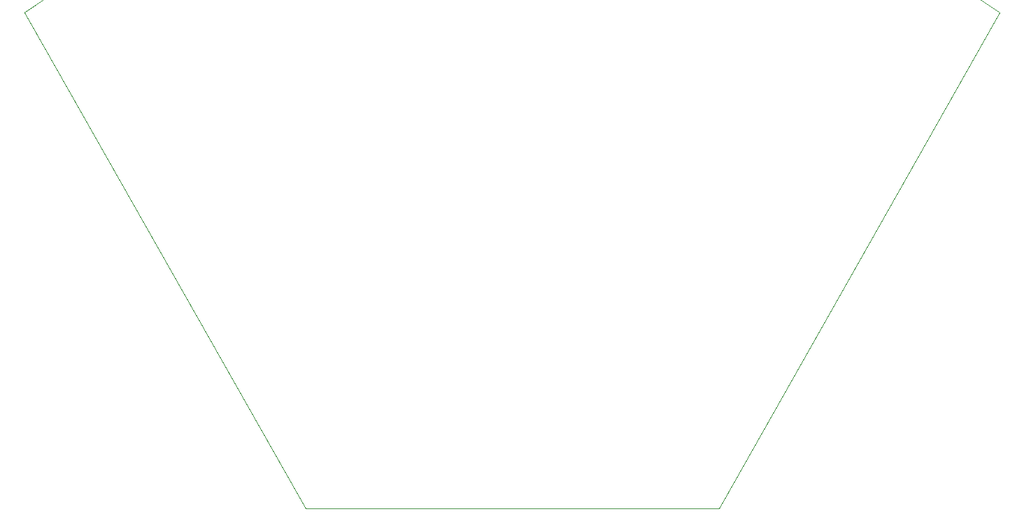
<source format=gbr>
%TF.GenerationSoftware,KiCad,Pcbnew,(6.0.0-0)*%
%TF.CreationDate,2022-12-05T14:38:04-05:00*%
%TF.ProjectId,Dome_Plate_Controller_V1,446f6d65-5f50-46c6-9174-655f436f6e74,rev?*%
%TF.SameCoordinates,Original*%
%TF.FileFunction,Profile,NP*%
%FSLAX46Y46*%
G04 Gerber Fmt 4.6, Leading zero omitted, Abs format (unit mm)*
G04 Created by KiCad (PCBNEW (6.0.0-0)) date 2022-12-05 14:38:04*
%MOMM*%
%LPD*%
G01*
G04 APERTURE LIST*
%TA.AperFunction,Profile*%
%ADD10C,0.100000*%
%TD*%
G04 APERTURE END LIST*
D10*
X125000000Y-160000000D02*
X159000000Y-100000000D01*
X75000000Y-160000000D02*
X41000000Y-100000000D01*
X75000000Y-160000000D02*
X125000000Y-160000000D01*
X159000000Y-100000000D02*
G75*
G03*
X41000000Y-100000000I-59000000J-84260735D01*
G01*
M02*

</source>
